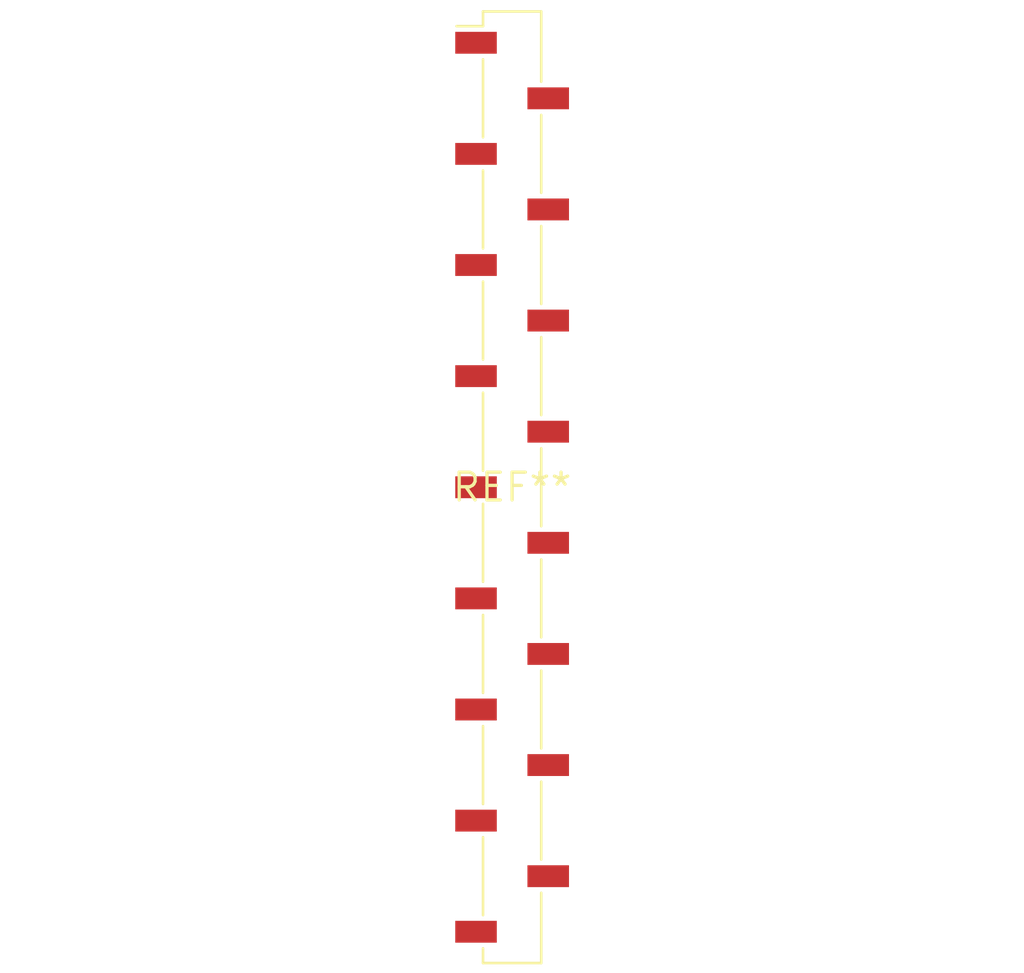
<source format=kicad_pcb>
(kicad_pcb (version 20240108) (generator pcbnew)
  (layers (0 "F.Cu" signal) (31 "B.Cu" signal) (34 "B.Paste" user) (35 "F.Paste" user) (36 "B.SilkS" user "B.Silkscreen") (37 "F.SilkS" user "F.Silkscreen") (38 "B.Mask" user) (39 "F.Mask" user) (44 "Edge.Cuts" user))
  (net 0 "")
  (footprint "PinSocket_1x17_P2.54mm_Vertical_SMD_Pin1Left" (layer "F.Cu") (at 0 0)
    (property "Reference" "REF**")
    (property "Value" "PinSocket_1x17_P2.54mm_Vertical_SMD_Pin1Left")
    (fp_line (start -2.54 -21.08) (end -1.33 -21.08) (layer "F.SilkS") (stroke (width 0.12)))
    (fp_line (start -1.33 -21.75) (end -1.33 -21.08) (layer "F.SilkS") (stroke (width 0.12)))
    (fp_line (start -1.33 -21.75) (end 1.33 -21.75) (layer "F.SilkS") (stroke (width 0.12)))
    (fp_line (start -1.33 -19.56) (end -1.33 -16) (layer "F.SilkS") (stroke (width 0.12)))
    (fp_line (start -1.33 -14.48) (end -1.33 -10.92) (layer "F.SilkS") (stroke (width 0.12)))
    (fp_line (start -1.33 -9.4) (end -1.33 -5.84) (layer "F.SilkS") (stroke (width 0.12)))
    (fp_line (start -1.33 -4.32) (end -1.33 -0.76) (layer "F.SilkS") (stroke (width 0.12)))
    (fp_line (start -1.33 0.76) (end -1.33 4.32) (layer "F.SilkS") (stroke (width 0.12)))
    (fp_line (start -1.33 5.84) (end -1.33 9.4) (layer "F.SilkS") (stroke (width 0.12)))
    (fp_line (start -1.33 10.92) (end -1.33 14.48) (layer "F.SilkS") (stroke (width 0.12)))
    (fp_line (start -1.33 16) (end -1.33 19.56) (layer "F.SilkS") (stroke (width 0.12)))
    (fp_line (start -1.33 21.08) (end -1.33 21.75) (layer "F.SilkS") (stroke (width 0.12)))
    (fp_line (start -1.33 21.75) (end 1.33 21.75) (layer "F.SilkS") (stroke (width 0.12)))
    (fp_line (start 1.33 -21.75) (end 1.33 -18.54) (layer "F.SilkS") (stroke (width 0.12)))
    (fp_line (start 1.33 -17.02) (end 1.33 -13.46) (layer "F.SilkS") (stroke (width 0.12)))
    (fp_line (start 1.33 -11.94) (end 1.33 -8.38) (layer "F.SilkS") (stroke (width 0.12)))
    (fp_line (start 1.33 -6.86) (end 1.33 -3.3) (layer "F.SilkS") (stroke (width 0.12)))
    (fp_line (start 1.33 -1.78) (end 1.33 1.78) (layer "F.SilkS") (stroke (width 0.12)))
    (fp_line (start 1.33 3.3) (end 1.33 6.86) (layer "F.SilkS") (stroke (width 0.12)))
    (fp_line (start 1.33 8.38) (end 1.33 11.94) (layer "F.SilkS") (stroke (width 0.12)))
    (fp_line (start 1.33 13.46) (end 1.33 17.02) (layer "F.SilkS") (stroke (width 0.12)))
    (fp_line (start 1.33 18.54) (end 1.33 21.75) (layer "F.SilkS") (stroke (width 0.12)))
    (pad "1" smd rect (at -1.65 -20.32) (size 1.9 1) (layers "F.Cu" "F.Paste" "F.Mask"))
    (pad "2" smd rect (at 1.65 -17.78) (size 1.9 1) (layers "F.Cu" "F.Paste" "F.Mask"))
    (pad "3" smd rect (at -1.65 -15.24) (size 1.9 1) (layers "F.Cu" "F.Paste" "F.Mask"))
    (pad "4" smd rect (at 1.65 -12.7) (size 1.9 1) (layers "F.Cu" "F.Paste" "F.Mask"))
    (pad "5" smd rect (at -1.65 -10.16) (size 1.9 1) (layers "F.Cu" "F.Paste" "F.Mask"))
    (pad "6" smd rect (at 1.65 -7.62) (size 1.9 1) (layers "F.Cu" "F.Paste" "F.Mask"))
    (pad "7" smd rect (at -1.65 -5.08) (size 1.9 1) (layers "F.Cu" "F.Paste" "F.Mask"))
    (pad "8" smd rect (at 1.65 -2.54) (size 1.9 1) (layers "F.Cu" "F.Paste" "F.Mask"))
    (pad "9" smd rect (at -1.65 0) (size 1.9 1) (layers "F.Cu" "F.Paste" "F.Mask"))
    (pad "10" smd rect (at 1.65 2.54) (size 1.9 1) (layers "F.Cu" "F.Paste" "F.Mask"))
    (pad "11" smd rect (at -1.65 5.08) (size 1.9 1) (layers "F.Cu" "F.Paste" "F.Mask"))
    (pad "12" smd rect (at 1.65 7.62) (size 1.9 1) (layers "F.Cu" "F.Paste" "F.Mask"))
    (pad "13" smd rect (at -1.65 10.16) (size 1.9 1) (layers "F.Cu" "F.Paste" "F.Mask"))
    (pad "14" smd rect (at 1.65 12.7) (size 1.9 1) (layers "F.Cu" "F.Paste" "F.Mask"))
    (pad "15" smd rect (at -1.65 15.24) (size 1.9 1) (layers "F.Cu" "F.Paste" "F.Mask"))
    (pad "16" smd rect (at 1.65 17.78) (size 1.9 1) (layers "F.Cu" "F.Paste" "F.Mask"))
    (pad "17" smd rect (at -1.65 20.32) (size 1.9 1) (layers "F.Cu" "F.Paste" "F.Mask"))
  )
)
</source>
